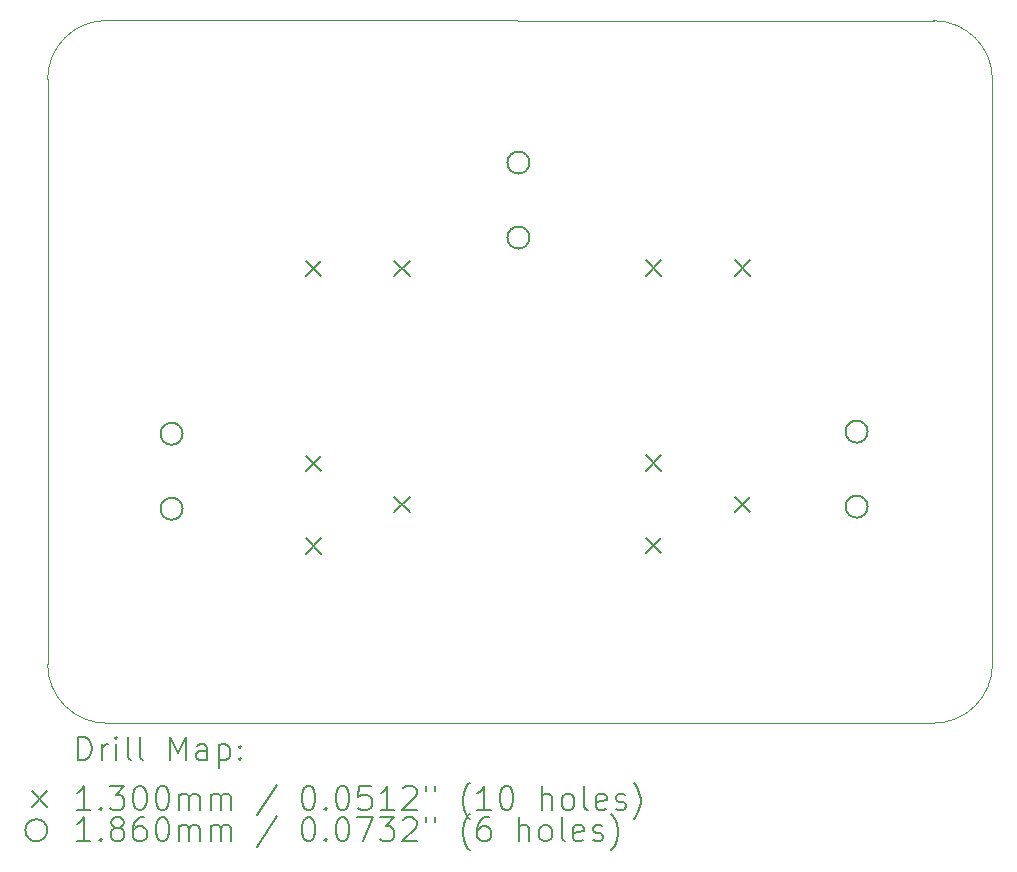
<source format=gbr>
%TF.GenerationSoftware,KiCad,Pcbnew,9.0.0*%
%TF.CreationDate,2025-04-14T20:20:30-05:00*%
%TF.ProjectId,Charging_PCB,43686172-6769-46e6-975f-5043422e6b69,rev?*%
%TF.SameCoordinates,Original*%
%TF.FileFunction,Drillmap*%
%TF.FilePolarity,Positive*%
%FSLAX45Y45*%
G04 Gerber Fmt 4.5, Leading zero omitted, Abs format (unit mm)*
G04 Created by KiCad (PCBNEW 9.0.0) date 2025-04-14 20:20:30*
%MOMM*%
%LPD*%
G01*
G04 APERTURE LIST*
%ADD10C,0.050000*%
%ADD11C,0.200000*%
%ADD12C,0.130000*%
%ADD13C,0.186000*%
G04 APERTURE END LIST*
D10*
X18152506Y-7402506D02*
X11150000Y-7400000D01*
X11150000Y-13350000D02*
X18150000Y-13350000D01*
X18650000Y-12850000D02*
X18650000Y-7900000D01*
X18152506Y-7402506D02*
G75*
G02*
X18650000Y-7900000I0J-497494D01*
G01*
X10650000Y-7900000D02*
X10650000Y-12850000D01*
X18650000Y-12850000D02*
G75*
G02*
X18150000Y-13350000I-500000J0D01*
G01*
X11150000Y-13350000D02*
G75*
G02*
X10650000Y-12850000I0J500000D01*
G01*
X10650000Y-7900000D02*
G75*
G02*
X11150000Y-7400000I500000J0D01*
G01*
D11*
D12*
X12835000Y-9435000D02*
X12965000Y-9565000D01*
X12965000Y-9435000D02*
X12835000Y-9565000D01*
X12835000Y-11085000D02*
X12965000Y-11215000D01*
X12965000Y-11085000D02*
X12835000Y-11215000D01*
X12835000Y-11785000D02*
X12965000Y-11915000D01*
X12965000Y-11785000D02*
X12835000Y-11915000D01*
X13585000Y-9435000D02*
X13715000Y-9565000D01*
X13715000Y-9435000D02*
X13585000Y-9565000D01*
X13585000Y-11435000D02*
X13715000Y-11565000D01*
X13715000Y-11435000D02*
X13585000Y-11565000D01*
X15716250Y-9431250D02*
X15846250Y-9561250D01*
X15846250Y-9431250D02*
X15716250Y-9561250D01*
X15716250Y-11081250D02*
X15846250Y-11211250D01*
X15846250Y-11081250D02*
X15716250Y-11211250D01*
X15716250Y-11781250D02*
X15846250Y-11911250D01*
X15846250Y-11781250D02*
X15716250Y-11911250D01*
X16466250Y-9431250D02*
X16596250Y-9561250D01*
X16596250Y-9431250D02*
X16466250Y-9561250D01*
X16466250Y-11431250D02*
X16596250Y-11561250D01*
X16596250Y-11431250D02*
X16466250Y-11561250D01*
D13*
X11793000Y-10900000D02*
G75*
G02*
X11607000Y-10900000I-93000J0D01*
G01*
X11607000Y-10900000D02*
G75*
G02*
X11793000Y-10900000I93000J0D01*
G01*
X11793000Y-11535000D02*
G75*
G02*
X11607000Y-11535000I-93000J0D01*
G01*
X11607000Y-11535000D02*
G75*
G02*
X11793000Y-11535000I93000J0D01*
G01*
X14729500Y-8603750D02*
G75*
G02*
X14543500Y-8603750I-93000J0D01*
G01*
X14543500Y-8603750D02*
G75*
G02*
X14729500Y-8603750I93000J0D01*
G01*
X14729500Y-9238750D02*
G75*
G02*
X14543500Y-9238750I-93000J0D01*
G01*
X14543500Y-9238750D02*
G75*
G02*
X14729500Y-9238750I93000J0D01*
G01*
X17593000Y-10882250D02*
G75*
G02*
X17407000Y-10882250I-93000J0D01*
G01*
X17407000Y-10882250D02*
G75*
G02*
X17593000Y-10882250I93000J0D01*
G01*
X17593000Y-11517250D02*
G75*
G02*
X17407000Y-11517250I-93000J0D01*
G01*
X17407000Y-11517250D02*
G75*
G02*
X17593000Y-11517250I93000J0D01*
G01*
D11*
X10908277Y-13663984D02*
X10908277Y-13463984D01*
X10908277Y-13463984D02*
X10955896Y-13463984D01*
X10955896Y-13463984D02*
X10984467Y-13473508D01*
X10984467Y-13473508D02*
X11003515Y-13492555D01*
X11003515Y-13492555D02*
X11013039Y-13511603D01*
X11013039Y-13511603D02*
X11022563Y-13549698D01*
X11022563Y-13549698D02*
X11022563Y-13578269D01*
X11022563Y-13578269D02*
X11013039Y-13616365D01*
X11013039Y-13616365D02*
X11003515Y-13635412D01*
X11003515Y-13635412D02*
X10984467Y-13654460D01*
X10984467Y-13654460D02*
X10955896Y-13663984D01*
X10955896Y-13663984D02*
X10908277Y-13663984D01*
X11108277Y-13663984D02*
X11108277Y-13530650D01*
X11108277Y-13568746D02*
X11117801Y-13549698D01*
X11117801Y-13549698D02*
X11127324Y-13540174D01*
X11127324Y-13540174D02*
X11146372Y-13530650D01*
X11146372Y-13530650D02*
X11165420Y-13530650D01*
X11232086Y-13663984D02*
X11232086Y-13530650D01*
X11232086Y-13463984D02*
X11222562Y-13473508D01*
X11222562Y-13473508D02*
X11232086Y-13483031D01*
X11232086Y-13483031D02*
X11241610Y-13473508D01*
X11241610Y-13473508D02*
X11232086Y-13463984D01*
X11232086Y-13463984D02*
X11232086Y-13483031D01*
X11355896Y-13663984D02*
X11336848Y-13654460D01*
X11336848Y-13654460D02*
X11327324Y-13635412D01*
X11327324Y-13635412D02*
X11327324Y-13463984D01*
X11460658Y-13663984D02*
X11441610Y-13654460D01*
X11441610Y-13654460D02*
X11432086Y-13635412D01*
X11432086Y-13635412D02*
X11432086Y-13463984D01*
X11689229Y-13663984D02*
X11689229Y-13463984D01*
X11689229Y-13463984D02*
X11755896Y-13606841D01*
X11755896Y-13606841D02*
X11822562Y-13463984D01*
X11822562Y-13463984D02*
X11822562Y-13663984D01*
X12003515Y-13663984D02*
X12003515Y-13559222D01*
X12003515Y-13559222D02*
X11993991Y-13540174D01*
X11993991Y-13540174D02*
X11974943Y-13530650D01*
X11974943Y-13530650D02*
X11936848Y-13530650D01*
X11936848Y-13530650D02*
X11917801Y-13540174D01*
X12003515Y-13654460D02*
X11984467Y-13663984D01*
X11984467Y-13663984D02*
X11936848Y-13663984D01*
X11936848Y-13663984D02*
X11917801Y-13654460D01*
X11917801Y-13654460D02*
X11908277Y-13635412D01*
X11908277Y-13635412D02*
X11908277Y-13616365D01*
X11908277Y-13616365D02*
X11917801Y-13597317D01*
X11917801Y-13597317D02*
X11936848Y-13587793D01*
X11936848Y-13587793D02*
X11984467Y-13587793D01*
X11984467Y-13587793D02*
X12003515Y-13578269D01*
X12098753Y-13530650D02*
X12098753Y-13730650D01*
X12098753Y-13540174D02*
X12117801Y-13530650D01*
X12117801Y-13530650D02*
X12155896Y-13530650D01*
X12155896Y-13530650D02*
X12174943Y-13540174D01*
X12174943Y-13540174D02*
X12184467Y-13549698D01*
X12184467Y-13549698D02*
X12193991Y-13568746D01*
X12193991Y-13568746D02*
X12193991Y-13625888D01*
X12193991Y-13625888D02*
X12184467Y-13644936D01*
X12184467Y-13644936D02*
X12174943Y-13654460D01*
X12174943Y-13654460D02*
X12155896Y-13663984D01*
X12155896Y-13663984D02*
X12117801Y-13663984D01*
X12117801Y-13663984D02*
X12098753Y-13654460D01*
X12279705Y-13644936D02*
X12289229Y-13654460D01*
X12289229Y-13654460D02*
X12279705Y-13663984D01*
X12279705Y-13663984D02*
X12270182Y-13654460D01*
X12270182Y-13654460D02*
X12279705Y-13644936D01*
X12279705Y-13644936D02*
X12279705Y-13663984D01*
X12279705Y-13540174D02*
X12289229Y-13549698D01*
X12289229Y-13549698D02*
X12279705Y-13559222D01*
X12279705Y-13559222D02*
X12270182Y-13549698D01*
X12270182Y-13549698D02*
X12279705Y-13540174D01*
X12279705Y-13540174D02*
X12279705Y-13559222D01*
D12*
X10517500Y-13927500D02*
X10647500Y-14057500D01*
X10647500Y-13927500D02*
X10517500Y-14057500D01*
D11*
X11013039Y-14083984D02*
X10898753Y-14083984D01*
X10955896Y-14083984D02*
X10955896Y-13883984D01*
X10955896Y-13883984D02*
X10936848Y-13912555D01*
X10936848Y-13912555D02*
X10917801Y-13931603D01*
X10917801Y-13931603D02*
X10898753Y-13941127D01*
X11098753Y-14064936D02*
X11108277Y-14074460D01*
X11108277Y-14074460D02*
X11098753Y-14083984D01*
X11098753Y-14083984D02*
X11089229Y-14074460D01*
X11089229Y-14074460D02*
X11098753Y-14064936D01*
X11098753Y-14064936D02*
X11098753Y-14083984D01*
X11174944Y-13883984D02*
X11298753Y-13883984D01*
X11298753Y-13883984D02*
X11232086Y-13960174D01*
X11232086Y-13960174D02*
X11260658Y-13960174D01*
X11260658Y-13960174D02*
X11279705Y-13969698D01*
X11279705Y-13969698D02*
X11289229Y-13979222D01*
X11289229Y-13979222D02*
X11298753Y-13998269D01*
X11298753Y-13998269D02*
X11298753Y-14045888D01*
X11298753Y-14045888D02*
X11289229Y-14064936D01*
X11289229Y-14064936D02*
X11279705Y-14074460D01*
X11279705Y-14074460D02*
X11260658Y-14083984D01*
X11260658Y-14083984D02*
X11203515Y-14083984D01*
X11203515Y-14083984D02*
X11184467Y-14074460D01*
X11184467Y-14074460D02*
X11174944Y-14064936D01*
X11422562Y-13883984D02*
X11441610Y-13883984D01*
X11441610Y-13883984D02*
X11460658Y-13893508D01*
X11460658Y-13893508D02*
X11470182Y-13903031D01*
X11470182Y-13903031D02*
X11479705Y-13922079D01*
X11479705Y-13922079D02*
X11489229Y-13960174D01*
X11489229Y-13960174D02*
X11489229Y-14007793D01*
X11489229Y-14007793D02*
X11479705Y-14045888D01*
X11479705Y-14045888D02*
X11470182Y-14064936D01*
X11470182Y-14064936D02*
X11460658Y-14074460D01*
X11460658Y-14074460D02*
X11441610Y-14083984D01*
X11441610Y-14083984D02*
X11422562Y-14083984D01*
X11422562Y-14083984D02*
X11403515Y-14074460D01*
X11403515Y-14074460D02*
X11393991Y-14064936D01*
X11393991Y-14064936D02*
X11384467Y-14045888D01*
X11384467Y-14045888D02*
X11374943Y-14007793D01*
X11374943Y-14007793D02*
X11374943Y-13960174D01*
X11374943Y-13960174D02*
X11384467Y-13922079D01*
X11384467Y-13922079D02*
X11393991Y-13903031D01*
X11393991Y-13903031D02*
X11403515Y-13893508D01*
X11403515Y-13893508D02*
X11422562Y-13883984D01*
X11613039Y-13883984D02*
X11632086Y-13883984D01*
X11632086Y-13883984D02*
X11651134Y-13893508D01*
X11651134Y-13893508D02*
X11660658Y-13903031D01*
X11660658Y-13903031D02*
X11670182Y-13922079D01*
X11670182Y-13922079D02*
X11679705Y-13960174D01*
X11679705Y-13960174D02*
X11679705Y-14007793D01*
X11679705Y-14007793D02*
X11670182Y-14045888D01*
X11670182Y-14045888D02*
X11660658Y-14064936D01*
X11660658Y-14064936D02*
X11651134Y-14074460D01*
X11651134Y-14074460D02*
X11632086Y-14083984D01*
X11632086Y-14083984D02*
X11613039Y-14083984D01*
X11613039Y-14083984D02*
X11593991Y-14074460D01*
X11593991Y-14074460D02*
X11584467Y-14064936D01*
X11584467Y-14064936D02*
X11574943Y-14045888D01*
X11574943Y-14045888D02*
X11565420Y-14007793D01*
X11565420Y-14007793D02*
X11565420Y-13960174D01*
X11565420Y-13960174D02*
X11574943Y-13922079D01*
X11574943Y-13922079D02*
X11584467Y-13903031D01*
X11584467Y-13903031D02*
X11593991Y-13893508D01*
X11593991Y-13893508D02*
X11613039Y-13883984D01*
X11765420Y-14083984D02*
X11765420Y-13950650D01*
X11765420Y-13969698D02*
X11774943Y-13960174D01*
X11774943Y-13960174D02*
X11793991Y-13950650D01*
X11793991Y-13950650D02*
X11822563Y-13950650D01*
X11822563Y-13950650D02*
X11841610Y-13960174D01*
X11841610Y-13960174D02*
X11851134Y-13979222D01*
X11851134Y-13979222D02*
X11851134Y-14083984D01*
X11851134Y-13979222D02*
X11860658Y-13960174D01*
X11860658Y-13960174D02*
X11879705Y-13950650D01*
X11879705Y-13950650D02*
X11908277Y-13950650D01*
X11908277Y-13950650D02*
X11927324Y-13960174D01*
X11927324Y-13960174D02*
X11936848Y-13979222D01*
X11936848Y-13979222D02*
X11936848Y-14083984D01*
X12032086Y-14083984D02*
X12032086Y-13950650D01*
X12032086Y-13969698D02*
X12041610Y-13960174D01*
X12041610Y-13960174D02*
X12060658Y-13950650D01*
X12060658Y-13950650D02*
X12089229Y-13950650D01*
X12089229Y-13950650D02*
X12108277Y-13960174D01*
X12108277Y-13960174D02*
X12117801Y-13979222D01*
X12117801Y-13979222D02*
X12117801Y-14083984D01*
X12117801Y-13979222D02*
X12127324Y-13960174D01*
X12127324Y-13960174D02*
X12146372Y-13950650D01*
X12146372Y-13950650D02*
X12174943Y-13950650D01*
X12174943Y-13950650D02*
X12193991Y-13960174D01*
X12193991Y-13960174D02*
X12203515Y-13979222D01*
X12203515Y-13979222D02*
X12203515Y-14083984D01*
X12593991Y-13874460D02*
X12422563Y-14131603D01*
X12851134Y-13883984D02*
X12870182Y-13883984D01*
X12870182Y-13883984D02*
X12889229Y-13893508D01*
X12889229Y-13893508D02*
X12898753Y-13903031D01*
X12898753Y-13903031D02*
X12908277Y-13922079D01*
X12908277Y-13922079D02*
X12917801Y-13960174D01*
X12917801Y-13960174D02*
X12917801Y-14007793D01*
X12917801Y-14007793D02*
X12908277Y-14045888D01*
X12908277Y-14045888D02*
X12898753Y-14064936D01*
X12898753Y-14064936D02*
X12889229Y-14074460D01*
X12889229Y-14074460D02*
X12870182Y-14083984D01*
X12870182Y-14083984D02*
X12851134Y-14083984D01*
X12851134Y-14083984D02*
X12832086Y-14074460D01*
X12832086Y-14074460D02*
X12822563Y-14064936D01*
X12822563Y-14064936D02*
X12813039Y-14045888D01*
X12813039Y-14045888D02*
X12803515Y-14007793D01*
X12803515Y-14007793D02*
X12803515Y-13960174D01*
X12803515Y-13960174D02*
X12813039Y-13922079D01*
X12813039Y-13922079D02*
X12822563Y-13903031D01*
X12822563Y-13903031D02*
X12832086Y-13893508D01*
X12832086Y-13893508D02*
X12851134Y-13883984D01*
X13003515Y-14064936D02*
X13013039Y-14074460D01*
X13013039Y-14074460D02*
X13003515Y-14083984D01*
X13003515Y-14083984D02*
X12993991Y-14074460D01*
X12993991Y-14074460D02*
X13003515Y-14064936D01*
X13003515Y-14064936D02*
X13003515Y-14083984D01*
X13136848Y-13883984D02*
X13155896Y-13883984D01*
X13155896Y-13883984D02*
X13174944Y-13893508D01*
X13174944Y-13893508D02*
X13184467Y-13903031D01*
X13184467Y-13903031D02*
X13193991Y-13922079D01*
X13193991Y-13922079D02*
X13203515Y-13960174D01*
X13203515Y-13960174D02*
X13203515Y-14007793D01*
X13203515Y-14007793D02*
X13193991Y-14045888D01*
X13193991Y-14045888D02*
X13184467Y-14064936D01*
X13184467Y-14064936D02*
X13174944Y-14074460D01*
X13174944Y-14074460D02*
X13155896Y-14083984D01*
X13155896Y-14083984D02*
X13136848Y-14083984D01*
X13136848Y-14083984D02*
X13117801Y-14074460D01*
X13117801Y-14074460D02*
X13108277Y-14064936D01*
X13108277Y-14064936D02*
X13098753Y-14045888D01*
X13098753Y-14045888D02*
X13089229Y-14007793D01*
X13089229Y-14007793D02*
X13089229Y-13960174D01*
X13089229Y-13960174D02*
X13098753Y-13922079D01*
X13098753Y-13922079D02*
X13108277Y-13903031D01*
X13108277Y-13903031D02*
X13117801Y-13893508D01*
X13117801Y-13893508D02*
X13136848Y-13883984D01*
X13384467Y-13883984D02*
X13289229Y-13883984D01*
X13289229Y-13883984D02*
X13279706Y-13979222D01*
X13279706Y-13979222D02*
X13289229Y-13969698D01*
X13289229Y-13969698D02*
X13308277Y-13960174D01*
X13308277Y-13960174D02*
X13355896Y-13960174D01*
X13355896Y-13960174D02*
X13374944Y-13969698D01*
X13374944Y-13969698D02*
X13384467Y-13979222D01*
X13384467Y-13979222D02*
X13393991Y-13998269D01*
X13393991Y-13998269D02*
X13393991Y-14045888D01*
X13393991Y-14045888D02*
X13384467Y-14064936D01*
X13384467Y-14064936D02*
X13374944Y-14074460D01*
X13374944Y-14074460D02*
X13355896Y-14083984D01*
X13355896Y-14083984D02*
X13308277Y-14083984D01*
X13308277Y-14083984D02*
X13289229Y-14074460D01*
X13289229Y-14074460D02*
X13279706Y-14064936D01*
X13584467Y-14083984D02*
X13470182Y-14083984D01*
X13527325Y-14083984D02*
X13527325Y-13883984D01*
X13527325Y-13883984D02*
X13508277Y-13912555D01*
X13508277Y-13912555D02*
X13489229Y-13931603D01*
X13489229Y-13931603D02*
X13470182Y-13941127D01*
X13660658Y-13903031D02*
X13670182Y-13893508D01*
X13670182Y-13893508D02*
X13689229Y-13883984D01*
X13689229Y-13883984D02*
X13736848Y-13883984D01*
X13736848Y-13883984D02*
X13755896Y-13893508D01*
X13755896Y-13893508D02*
X13765420Y-13903031D01*
X13765420Y-13903031D02*
X13774944Y-13922079D01*
X13774944Y-13922079D02*
X13774944Y-13941127D01*
X13774944Y-13941127D02*
X13765420Y-13969698D01*
X13765420Y-13969698D02*
X13651134Y-14083984D01*
X13651134Y-14083984D02*
X13774944Y-14083984D01*
X13851134Y-13883984D02*
X13851134Y-13922079D01*
X13927325Y-13883984D02*
X13927325Y-13922079D01*
X14222563Y-14160174D02*
X14213039Y-14150650D01*
X14213039Y-14150650D02*
X14193991Y-14122079D01*
X14193991Y-14122079D02*
X14184468Y-14103031D01*
X14184468Y-14103031D02*
X14174944Y-14074460D01*
X14174944Y-14074460D02*
X14165420Y-14026841D01*
X14165420Y-14026841D02*
X14165420Y-13988746D01*
X14165420Y-13988746D02*
X14174944Y-13941127D01*
X14174944Y-13941127D02*
X14184468Y-13912555D01*
X14184468Y-13912555D02*
X14193991Y-13893508D01*
X14193991Y-13893508D02*
X14213039Y-13864936D01*
X14213039Y-13864936D02*
X14222563Y-13855412D01*
X14403515Y-14083984D02*
X14289229Y-14083984D01*
X14346372Y-14083984D02*
X14346372Y-13883984D01*
X14346372Y-13883984D02*
X14327325Y-13912555D01*
X14327325Y-13912555D02*
X14308277Y-13931603D01*
X14308277Y-13931603D02*
X14289229Y-13941127D01*
X14527325Y-13883984D02*
X14546372Y-13883984D01*
X14546372Y-13883984D02*
X14565420Y-13893508D01*
X14565420Y-13893508D02*
X14574944Y-13903031D01*
X14574944Y-13903031D02*
X14584468Y-13922079D01*
X14584468Y-13922079D02*
X14593991Y-13960174D01*
X14593991Y-13960174D02*
X14593991Y-14007793D01*
X14593991Y-14007793D02*
X14584468Y-14045888D01*
X14584468Y-14045888D02*
X14574944Y-14064936D01*
X14574944Y-14064936D02*
X14565420Y-14074460D01*
X14565420Y-14074460D02*
X14546372Y-14083984D01*
X14546372Y-14083984D02*
X14527325Y-14083984D01*
X14527325Y-14083984D02*
X14508277Y-14074460D01*
X14508277Y-14074460D02*
X14498753Y-14064936D01*
X14498753Y-14064936D02*
X14489229Y-14045888D01*
X14489229Y-14045888D02*
X14479706Y-14007793D01*
X14479706Y-14007793D02*
X14479706Y-13960174D01*
X14479706Y-13960174D02*
X14489229Y-13922079D01*
X14489229Y-13922079D02*
X14498753Y-13903031D01*
X14498753Y-13903031D02*
X14508277Y-13893508D01*
X14508277Y-13893508D02*
X14527325Y-13883984D01*
X14832087Y-14083984D02*
X14832087Y-13883984D01*
X14917801Y-14083984D02*
X14917801Y-13979222D01*
X14917801Y-13979222D02*
X14908277Y-13960174D01*
X14908277Y-13960174D02*
X14889230Y-13950650D01*
X14889230Y-13950650D02*
X14860658Y-13950650D01*
X14860658Y-13950650D02*
X14841610Y-13960174D01*
X14841610Y-13960174D02*
X14832087Y-13969698D01*
X15041610Y-14083984D02*
X15022563Y-14074460D01*
X15022563Y-14074460D02*
X15013039Y-14064936D01*
X15013039Y-14064936D02*
X15003515Y-14045888D01*
X15003515Y-14045888D02*
X15003515Y-13988746D01*
X15003515Y-13988746D02*
X15013039Y-13969698D01*
X15013039Y-13969698D02*
X15022563Y-13960174D01*
X15022563Y-13960174D02*
X15041610Y-13950650D01*
X15041610Y-13950650D02*
X15070182Y-13950650D01*
X15070182Y-13950650D02*
X15089230Y-13960174D01*
X15089230Y-13960174D02*
X15098753Y-13969698D01*
X15098753Y-13969698D02*
X15108277Y-13988746D01*
X15108277Y-13988746D02*
X15108277Y-14045888D01*
X15108277Y-14045888D02*
X15098753Y-14064936D01*
X15098753Y-14064936D02*
X15089230Y-14074460D01*
X15089230Y-14074460D02*
X15070182Y-14083984D01*
X15070182Y-14083984D02*
X15041610Y-14083984D01*
X15222563Y-14083984D02*
X15203515Y-14074460D01*
X15203515Y-14074460D02*
X15193991Y-14055412D01*
X15193991Y-14055412D02*
X15193991Y-13883984D01*
X15374944Y-14074460D02*
X15355896Y-14083984D01*
X15355896Y-14083984D02*
X15317801Y-14083984D01*
X15317801Y-14083984D02*
X15298753Y-14074460D01*
X15298753Y-14074460D02*
X15289230Y-14055412D01*
X15289230Y-14055412D02*
X15289230Y-13979222D01*
X15289230Y-13979222D02*
X15298753Y-13960174D01*
X15298753Y-13960174D02*
X15317801Y-13950650D01*
X15317801Y-13950650D02*
X15355896Y-13950650D01*
X15355896Y-13950650D02*
X15374944Y-13960174D01*
X15374944Y-13960174D02*
X15384468Y-13979222D01*
X15384468Y-13979222D02*
X15384468Y-13998269D01*
X15384468Y-13998269D02*
X15289230Y-14017317D01*
X15460658Y-14074460D02*
X15479706Y-14083984D01*
X15479706Y-14083984D02*
X15517801Y-14083984D01*
X15517801Y-14083984D02*
X15536849Y-14074460D01*
X15536849Y-14074460D02*
X15546372Y-14055412D01*
X15546372Y-14055412D02*
X15546372Y-14045888D01*
X15546372Y-14045888D02*
X15536849Y-14026841D01*
X15536849Y-14026841D02*
X15517801Y-14017317D01*
X15517801Y-14017317D02*
X15489230Y-14017317D01*
X15489230Y-14017317D02*
X15470182Y-14007793D01*
X15470182Y-14007793D02*
X15460658Y-13988746D01*
X15460658Y-13988746D02*
X15460658Y-13979222D01*
X15460658Y-13979222D02*
X15470182Y-13960174D01*
X15470182Y-13960174D02*
X15489230Y-13950650D01*
X15489230Y-13950650D02*
X15517801Y-13950650D01*
X15517801Y-13950650D02*
X15536849Y-13960174D01*
X15613039Y-14160174D02*
X15622563Y-14150650D01*
X15622563Y-14150650D02*
X15641611Y-14122079D01*
X15641611Y-14122079D02*
X15651134Y-14103031D01*
X15651134Y-14103031D02*
X15660658Y-14074460D01*
X15660658Y-14074460D02*
X15670182Y-14026841D01*
X15670182Y-14026841D02*
X15670182Y-13988746D01*
X15670182Y-13988746D02*
X15660658Y-13941127D01*
X15660658Y-13941127D02*
X15651134Y-13912555D01*
X15651134Y-13912555D02*
X15641611Y-13893508D01*
X15641611Y-13893508D02*
X15622563Y-13864936D01*
X15622563Y-13864936D02*
X15613039Y-13855412D01*
D13*
X10647500Y-14256500D02*
G75*
G02*
X10461500Y-14256500I-93000J0D01*
G01*
X10461500Y-14256500D02*
G75*
G02*
X10647500Y-14256500I93000J0D01*
G01*
D11*
X11013039Y-14347984D02*
X10898753Y-14347984D01*
X10955896Y-14347984D02*
X10955896Y-14147984D01*
X10955896Y-14147984D02*
X10936848Y-14176555D01*
X10936848Y-14176555D02*
X10917801Y-14195603D01*
X10917801Y-14195603D02*
X10898753Y-14205127D01*
X11098753Y-14328936D02*
X11108277Y-14338460D01*
X11108277Y-14338460D02*
X11098753Y-14347984D01*
X11098753Y-14347984D02*
X11089229Y-14338460D01*
X11089229Y-14338460D02*
X11098753Y-14328936D01*
X11098753Y-14328936D02*
X11098753Y-14347984D01*
X11222562Y-14233698D02*
X11203515Y-14224174D01*
X11203515Y-14224174D02*
X11193991Y-14214650D01*
X11193991Y-14214650D02*
X11184467Y-14195603D01*
X11184467Y-14195603D02*
X11184467Y-14186079D01*
X11184467Y-14186079D02*
X11193991Y-14167031D01*
X11193991Y-14167031D02*
X11203515Y-14157508D01*
X11203515Y-14157508D02*
X11222562Y-14147984D01*
X11222562Y-14147984D02*
X11260658Y-14147984D01*
X11260658Y-14147984D02*
X11279705Y-14157508D01*
X11279705Y-14157508D02*
X11289229Y-14167031D01*
X11289229Y-14167031D02*
X11298753Y-14186079D01*
X11298753Y-14186079D02*
X11298753Y-14195603D01*
X11298753Y-14195603D02*
X11289229Y-14214650D01*
X11289229Y-14214650D02*
X11279705Y-14224174D01*
X11279705Y-14224174D02*
X11260658Y-14233698D01*
X11260658Y-14233698D02*
X11222562Y-14233698D01*
X11222562Y-14233698D02*
X11203515Y-14243222D01*
X11203515Y-14243222D02*
X11193991Y-14252746D01*
X11193991Y-14252746D02*
X11184467Y-14271793D01*
X11184467Y-14271793D02*
X11184467Y-14309888D01*
X11184467Y-14309888D02*
X11193991Y-14328936D01*
X11193991Y-14328936D02*
X11203515Y-14338460D01*
X11203515Y-14338460D02*
X11222562Y-14347984D01*
X11222562Y-14347984D02*
X11260658Y-14347984D01*
X11260658Y-14347984D02*
X11279705Y-14338460D01*
X11279705Y-14338460D02*
X11289229Y-14328936D01*
X11289229Y-14328936D02*
X11298753Y-14309888D01*
X11298753Y-14309888D02*
X11298753Y-14271793D01*
X11298753Y-14271793D02*
X11289229Y-14252746D01*
X11289229Y-14252746D02*
X11279705Y-14243222D01*
X11279705Y-14243222D02*
X11260658Y-14233698D01*
X11470182Y-14147984D02*
X11432086Y-14147984D01*
X11432086Y-14147984D02*
X11413039Y-14157508D01*
X11413039Y-14157508D02*
X11403515Y-14167031D01*
X11403515Y-14167031D02*
X11384467Y-14195603D01*
X11384467Y-14195603D02*
X11374943Y-14233698D01*
X11374943Y-14233698D02*
X11374943Y-14309888D01*
X11374943Y-14309888D02*
X11384467Y-14328936D01*
X11384467Y-14328936D02*
X11393991Y-14338460D01*
X11393991Y-14338460D02*
X11413039Y-14347984D01*
X11413039Y-14347984D02*
X11451134Y-14347984D01*
X11451134Y-14347984D02*
X11470182Y-14338460D01*
X11470182Y-14338460D02*
X11479705Y-14328936D01*
X11479705Y-14328936D02*
X11489229Y-14309888D01*
X11489229Y-14309888D02*
X11489229Y-14262269D01*
X11489229Y-14262269D02*
X11479705Y-14243222D01*
X11479705Y-14243222D02*
X11470182Y-14233698D01*
X11470182Y-14233698D02*
X11451134Y-14224174D01*
X11451134Y-14224174D02*
X11413039Y-14224174D01*
X11413039Y-14224174D02*
X11393991Y-14233698D01*
X11393991Y-14233698D02*
X11384467Y-14243222D01*
X11384467Y-14243222D02*
X11374943Y-14262269D01*
X11613039Y-14147984D02*
X11632086Y-14147984D01*
X11632086Y-14147984D02*
X11651134Y-14157508D01*
X11651134Y-14157508D02*
X11660658Y-14167031D01*
X11660658Y-14167031D02*
X11670182Y-14186079D01*
X11670182Y-14186079D02*
X11679705Y-14224174D01*
X11679705Y-14224174D02*
X11679705Y-14271793D01*
X11679705Y-14271793D02*
X11670182Y-14309888D01*
X11670182Y-14309888D02*
X11660658Y-14328936D01*
X11660658Y-14328936D02*
X11651134Y-14338460D01*
X11651134Y-14338460D02*
X11632086Y-14347984D01*
X11632086Y-14347984D02*
X11613039Y-14347984D01*
X11613039Y-14347984D02*
X11593991Y-14338460D01*
X11593991Y-14338460D02*
X11584467Y-14328936D01*
X11584467Y-14328936D02*
X11574943Y-14309888D01*
X11574943Y-14309888D02*
X11565420Y-14271793D01*
X11565420Y-14271793D02*
X11565420Y-14224174D01*
X11565420Y-14224174D02*
X11574943Y-14186079D01*
X11574943Y-14186079D02*
X11584467Y-14167031D01*
X11584467Y-14167031D02*
X11593991Y-14157508D01*
X11593991Y-14157508D02*
X11613039Y-14147984D01*
X11765420Y-14347984D02*
X11765420Y-14214650D01*
X11765420Y-14233698D02*
X11774943Y-14224174D01*
X11774943Y-14224174D02*
X11793991Y-14214650D01*
X11793991Y-14214650D02*
X11822563Y-14214650D01*
X11822563Y-14214650D02*
X11841610Y-14224174D01*
X11841610Y-14224174D02*
X11851134Y-14243222D01*
X11851134Y-14243222D02*
X11851134Y-14347984D01*
X11851134Y-14243222D02*
X11860658Y-14224174D01*
X11860658Y-14224174D02*
X11879705Y-14214650D01*
X11879705Y-14214650D02*
X11908277Y-14214650D01*
X11908277Y-14214650D02*
X11927324Y-14224174D01*
X11927324Y-14224174D02*
X11936848Y-14243222D01*
X11936848Y-14243222D02*
X11936848Y-14347984D01*
X12032086Y-14347984D02*
X12032086Y-14214650D01*
X12032086Y-14233698D02*
X12041610Y-14224174D01*
X12041610Y-14224174D02*
X12060658Y-14214650D01*
X12060658Y-14214650D02*
X12089229Y-14214650D01*
X12089229Y-14214650D02*
X12108277Y-14224174D01*
X12108277Y-14224174D02*
X12117801Y-14243222D01*
X12117801Y-14243222D02*
X12117801Y-14347984D01*
X12117801Y-14243222D02*
X12127324Y-14224174D01*
X12127324Y-14224174D02*
X12146372Y-14214650D01*
X12146372Y-14214650D02*
X12174943Y-14214650D01*
X12174943Y-14214650D02*
X12193991Y-14224174D01*
X12193991Y-14224174D02*
X12203515Y-14243222D01*
X12203515Y-14243222D02*
X12203515Y-14347984D01*
X12593991Y-14138460D02*
X12422563Y-14395603D01*
X12851134Y-14147984D02*
X12870182Y-14147984D01*
X12870182Y-14147984D02*
X12889229Y-14157508D01*
X12889229Y-14157508D02*
X12898753Y-14167031D01*
X12898753Y-14167031D02*
X12908277Y-14186079D01*
X12908277Y-14186079D02*
X12917801Y-14224174D01*
X12917801Y-14224174D02*
X12917801Y-14271793D01*
X12917801Y-14271793D02*
X12908277Y-14309888D01*
X12908277Y-14309888D02*
X12898753Y-14328936D01*
X12898753Y-14328936D02*
X12889229Y-14338460D01*
X12889229Y-14338460D02*
X12870182Y-14347984D01*
X12870182Y-14347984D02*
X12851134Y-14347984D01*
X12851134Y-14347984D02*
X12832086Y-14338460D01*
X12832086Y-14338460D02*
X12822563Y-14328936D01*
X12822563Y-14328936D02*
X12813039Y-14309888D01*
X12813039Y-14309888D02*
X12803515Y-14271793D01*
X12803515Y-14271793D02*
X12803515Y-14224174D01*
X12803515Y-14224174D02*
X12813039Y-14186079D01*
X12813039Y-14186079D02*
X12822563Y-14167031D01*
X12822563Y-14167031D02*
X12832086Y-14157508D01*
X12832086Y-14157508D02*
X12851134Y-14147984D01*
X13003515Y-14328936D02*
X13013039Y-14338460D01*
X13013039Y-14338460D02*
X13003515Y-14347984D01*
X13003515Y-14347984D02*
X12993991Y-14338460D01*
X12993991Y-14338460D02*
X13003515Y-14328936D01*
X13003515Y-14328936D02*
X13003515Y-14347984D01*
X13136848Y-14147984D02*
X13155896Y-14147984D01*
X13155896Y-14147984D02*
X13174944Y-14157508D01*
X13174944Y-14157508D02*
X13184467Y-14167031D01*
X13184467Y-14167031D02*
X13193991Y-14186079D01*
X13193991Y-14186079D02*
X13203515Y-14224174D01*
X13203515Y-14224174D02*
X13203515Y-14271793D01*
X13203515Y-14271793D02*
X13193991Y-14309888D01*
X13193991Y-14309888D02*
X13184467Y-14328936D01*
X13184467Y-14328936D02*
X13174944Y-14338460D01*
X13174944Y-14338460D02*
X13155896Y-14347984D01*
X13155896Y-14347984D02*
X13136848Y-14347984D01*
X13136848Y-14347984D02*
X13117801Y-14338460D01*
X13117801Y-14338460D02*
X13108277Y-14328936D01*
X13108277Y-14328936D02*
X13098753Y-14309888D01*
X13098753Y-14309888D02*
X13089229Y-14271793D01*
X13089229Y-14271793D02*
X13089229Y-14224174D01*
X13089229Y-14224174D02*
X13098753Y-14186079D01*
X13098753Y-14186079D02*
X13108277Y-14167031D01*
X13108277Y-14167031D02*
X13117801Y-14157508D01*
X13117801Y-14157508D02*
X13136848Y-14147984D01*
X13270182Y-14147984D02*
X13403515Y-14147984D01*
X13403515Y-14147984D02*
X13317801Y-14347984D01*
X13460658Y-14147984D02*
X13584467Y-14147984D01*
X13584467Y-14147984D02*
X13517801Y-14224174D01*
X13517801Y-14224174D02*
X13546372Y-14224174D01*
X13546372Y-14224174D02*
X13565420Y-14233698D01*
X13565420Y-14233698D02*
X13574944Y-14243222D01*
X13574944Y-14243222D02*
X13584467Y-14262269D01*
X13584467Y-14262269D02*
X13584467Y-14309888D01*
X13584467Y-14309888D02*
X13574944Y-14328936D01*
X13574944Y-14328936D02*
X13565420Y-14338460D01*
X13565420Y-14338460D02*
X13546372Y-14347984D01*
X13546372Y-14347984D02*
X13489229Y-14347984D01*
X13489229Y-14347984D02*
X13470182Y-14338460D01*
X13470182Y-14338460D02*
X13460658Y-14328936D01*
X13660658Y-14167031D02*
X13670182Y-14157508D01*
X13670182Y-14157508D02*
X13689229Y-14147984D01*
X13689229Y-14147984D02*
X13736848Y-14147984D01*
X13736848Y-14147984D02*
X13755896Y-14157508D01*
X13755896Y-14157508D02*
X13765420Y-14167031D01*
X13765420Y-14167031D02*
X13774944Y-14186079D01*
X13774944Y-14186079D02*
X13774944Y-14205127D01*
X13774944Y-14205127D02*
X13765420Y-14233698D01*
X13765420Y-14233698D02*
X13651134Y-14347984D01*
X13651134Y-14347984D02*
X13774944Y-14347984D01*
X13851134Y-14147984D02*
X13851134Y-14186079D01*
X13927325Y-14147984D02*
X13927325Y-14186079D01*
X14222563Y-14424174D02*
X14213039Y-14414650D01*
X14213039Y-14414650D02*
X14193991Y-14386079D01*
X14193991Y-14386079D02*
X14184468Y-14367031D01*
X14184468Y-14367031D02*
X14174944Y-14338460D01*
X14174944Y-14338460D02*
X14165420Y-14290841D01*
X14165420Y-14290841D02*
X14165420Y-14252746D01*
X14165420Y-14252746D02*
X14174944Y-14205127D01*
X14174944Y-14205127D02*
X14184468Y-14176555D01*
X14184468Y-14176555D02*
X14193991Y-14157508D01*
X14193991Y-14157508D02*
X14213039Y-14128936D01*
X14213039Y-14128936D02*
X14222563Y-14119412D01*
X14384468Y-14147984D02*
X14346372Y-14147984D01*
X14346372Y-14147984D02*
X14327325Y-14157508D01*
X14327325Y-14157508D02*
X14317801Y-14167031D01*
X14317801Y-14167031D02*
X14298753Y-14195603D01*
X14298753Y-14195603D02*
X14289229Y-14233698D01*
X14289229Y-14233698D02*
X14289229Y-14309888D01*
X14289229Y-14309888D02*
X14298753Y-14328936D01*
X14298753Y-14328936D02*
X14308277Y-14338460D01*
X14308277Y-14338460D02*
X14327325Y-14347984D01*
X14327325Y-14347984D02*
X14365420Y-14347984D01*
X14365420Y-14347984D02*
X14384468Y-14338460D01*
X14384468Y-14338460D02*
X14393991Y-14328936D01*
X14393991Y-14328936D02*
X14403515Y-14309888D01*
X14403515Y-14309888D02*
X14403515Y-14262269D01*
X14403515Y-14262269D02*
X14393991Y-14243222D01*
X14393991Y-14243222D02*
X14384468Y-14233698D01*
X14384468Y-14233698D02*
X14365420Y-14224174D01*
X14365420Y-14224174D02*
X14327325Y-14224174D01*
X14327325Y-14224174D02*
X14308277Y-14233698D01*
X14308277Y-14233698D02*
X14298753Y-14243222D01*
X14298753Y-14243222D02*
X14289229Y-14262269D01*
X14641610Y-14347984D02*
X14641610Y-14147984D01*
X14727325Y-14347984D02*
X14727325Y-14243222D01*
X14727325Y-14243222D02*
X14717801Y-14224174D01*
X14717801Y-14224174D02*
X14698753Y-14214650D01*
X14698753Y-14214650D02*
X14670182Y-14214650D01*
X14670182Y-14214650D02*
X14651134Y-14224174D01*
X14651134Y-14224174D02*
X14641610Y-14233698D01*
X14851134Y-14347984D02*
X14832087Y-14338460D01*
X14832087Y-14338460D02*
X14822563Y-14328936D01*
X14822563Y-14328936D02*
X14813039Y-14309888D01*
X14813039Y-14309888D02*
X14813039Y-14252746D01*
X14813039Y-14252746D02*
X14822563Y-14233698D01*
X14822563Y-14233698D02*
X14832087Y-14224174D01*
X14832087Y-14224174D02*
X14851134Y-14214650D01*
X14851134Y-14214650D02*
X14879706Y-14214650D01*
X14879706Y-14214650D02*
X14898753Y-14224174D01*
X14898753Y-14224174D02*
X14908277Y-14233698D01*
X14908277Y-14233698D02*
X14917801Y-14252746D01*
X14917801Y-14252746D02*
X14917801Y-14309888D01*
X14917801Y-14309888D02*
X14908277Y-14328936D01*
X14908277Y-14328936D02*
X14898753Y-14338460D01*
X14898753Y-14338460D02*
X14879706Y-14347984D01*
X14879706Y-14347984D02*
X14851134Y-14347984D01*
X15032087Y-14347984D02*
X15013039Y-14338460D01*
X15013039Y-14338460D02*
X15003515Y-14319412D01*
X15003515Y-14319412D02*
X15003515Y-14147984D01*
X15184468Y-14338460D02*
X15165420Y-14347984D01*
X15165420Y-14347984D02*
X15127325Y-14347984D01*
X15127325Y-14347984D02*
X15108277Y-14338460D01*
X15108277Y-14338460D02*
X15098753Y-14319412D01*
X15098753Y-14319412D02*
X15098753Y-14243222D01*
X15098753Y-14243222D02*
X15108277Y-14224174D01*
X15108277Y-14224174D02*
X15127325Y-14214650D01*
X15127325Y-14214650D02*
X15165420Y-14214650D01*
X15165420Y-14214650D02*
X15184468Y-14224174D01*
X15184468Y-14224174D02*
X15193991Y-14243222D01*
X15193991Y-14243222D02*
X15193991Y-14262269D01*
X15193991Y-14262269D02*
X15098753Y-14281317D01*
X15270182Y-14338460D02*
X15289230Y-14347984D01*
X15289230Y-14347984D02*
X15327325Y-14347984D01*
X15327325Y-14347984D02*
X15346372Y-14338460D01*
X15346372Y-14338460D02*
X15355896Y-14319412D01*
X15355896Y-14319412D02*
X15355896Y-14309888D01*
X15355896Y-14309888D02*
X15346372Y-14290841D01*
X15346372Y-14290841D02*
X15327325Y-14281317D01*
X15327325Y-14281317D02*
X15298753Y-14281317D01*
X15298753Y-14281317D02*
X15279706Y-14271793D01*
X15279706Y-14271793D02*
X15270182Y-14252746D01*
X15270182Y-14252746D02*
X15270182Y-14243222D01*
X15270182Y-14243222D02*
X15279706Y-14224174D01*
X15279706Y-14224174D02*
X15298753Y-14214650D01*
X15298753Y-14214650D02*
X15327325Y-14214650D01*
X15327325Y-14214650D02*
X15346372Y-14224174D01*
X15422563Y-14424174D02*
X15432087Y-14414650D01*
X15432087Y-14414650D02*
X15451134Y-14386079D01*
X15451134Y-14386079D02*
X15460658Y-14367031D01*
X15460658Y-14367031D02*
X15470182Y-14338460D01*
X15470182Y-14338460D02*
X15479706Y-14290841D01*
X15479706Y-14290841D02*
X15479706Y-14252746D01*
X15479706Y-14252746D02*
X15470182Y-14205127D01*
X15470182Y-14205127D02*
X15460658Y-14176555D01*
X15460658Y-14176555D02*
X15451134Y-14157508D01*
X15451134Y-14157508D02*
X15432087Y-14128936D01*
X15432087Y-14128936D02*
X15422563Y-14119412D01*
M02*

</source>
